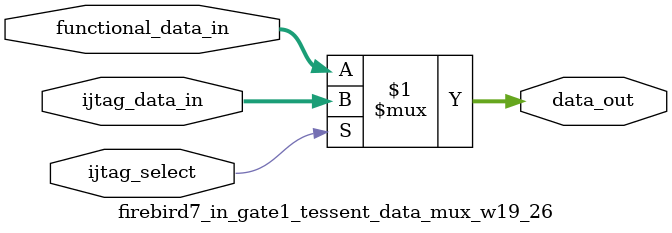
<source format=sv>

module firebird7_in_gate1_tessent_data_mux_w19_26 (
  input wire ijtag_select,
  input wire [18:0]  functional_data_in,
  input wire [18:0]  ijtag_data_in,
  output wire [18:0] data_out
);
assign data_out = (ijtag_select) ? ijtag_data_in : functional_data_in;
endmodule

</source>
